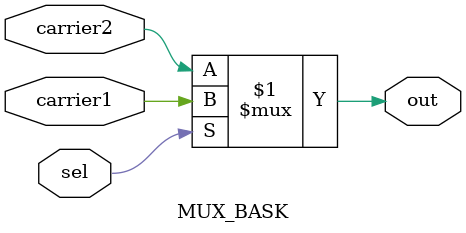
<source format=v>

module MUX_BASK
(
	input carrier1, // Square wave 100kHz
	input carrier2, // Zero signal
	input sel, // Modulating signal (ADC read)
	output out // Modulated signal OOK (BASK before Band Pass filtering), out ? sel carrier1 : carrier2
);

	assign out = sel ? carrier1 : carrier2;
	
endmodule
</source>
